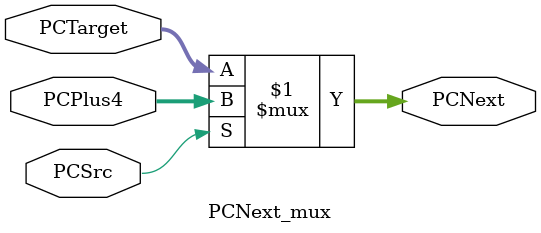
<source format=sv>
module PCNext_mux(
    input logic [31:0] PCPlus4,
    input logic [31:0] PCTarget,
    input logic PCSrc,
    output logic [31:0] PCNext
);

assign PCNext = PCSrc ? PCPlus4 : PCTarget;

endmodule

</source>
